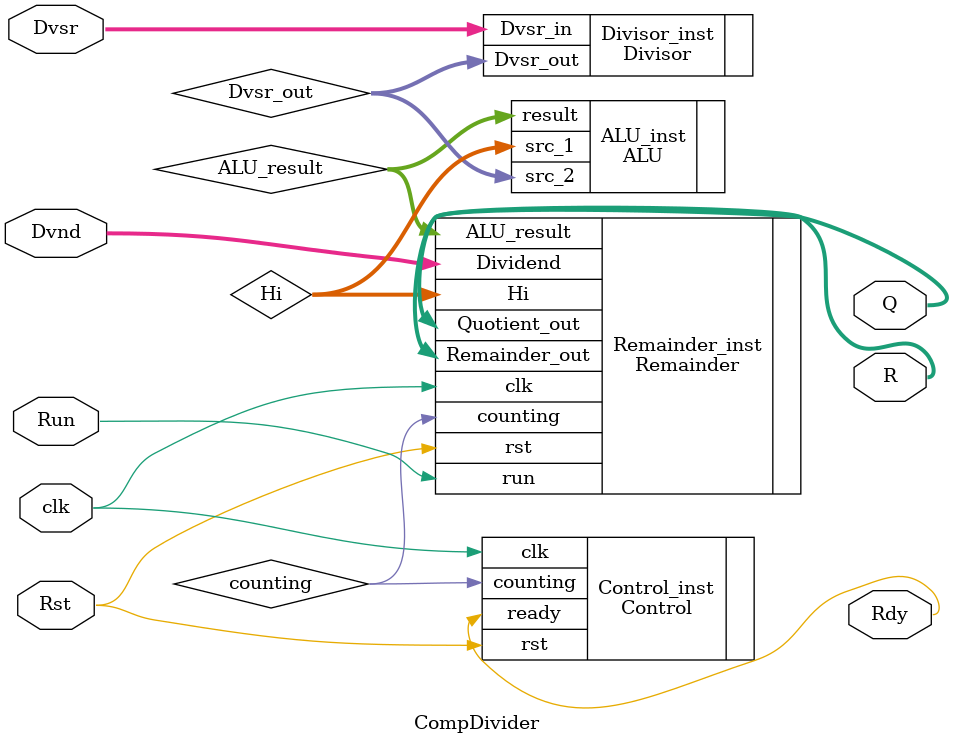
<source format=v>
module CompDivider ( 
    output [31:0] Q, 
    output [31:0] R, 
    output Rdy, 
    input [31:0] Dvnd, 
    input [31:0] Dvsr, 
    input Run, 
    input Rst, 
    input clk 
); 
    wire [32:0] ALU_result;
    wire [31:0] Dvsr_out;
    wire [31:0] Hi;
    wire counting;

    ALU ALU_inst ( 
        .src_1(Hi), 
        .src_2(Dvsr_out), 
        .result(ALU_result) 
    );

    Divisor Divisor_inst ( 
        .Dvsr_in(Dvsr), 
        .Dvsr_out(Dvsr_out) 
    );

    Control Control_inst ( 
        .counting(counting), 
        .rst(Rst),
        .clk(clk),
        .ready(Rdy)
    );

    Remainder Remainder_inst ( 
        .clk(clk), 
        .rst(Rst), 
        .run(Run), 
        .Dividend(Dvnd), 
        .ALU_result(ALU_result), 
        .Hi(Hi),
        .Remainder_out(R), 
        .Quotient_out(Q),
        .counting(counting)
    );

endmodule
</source>
